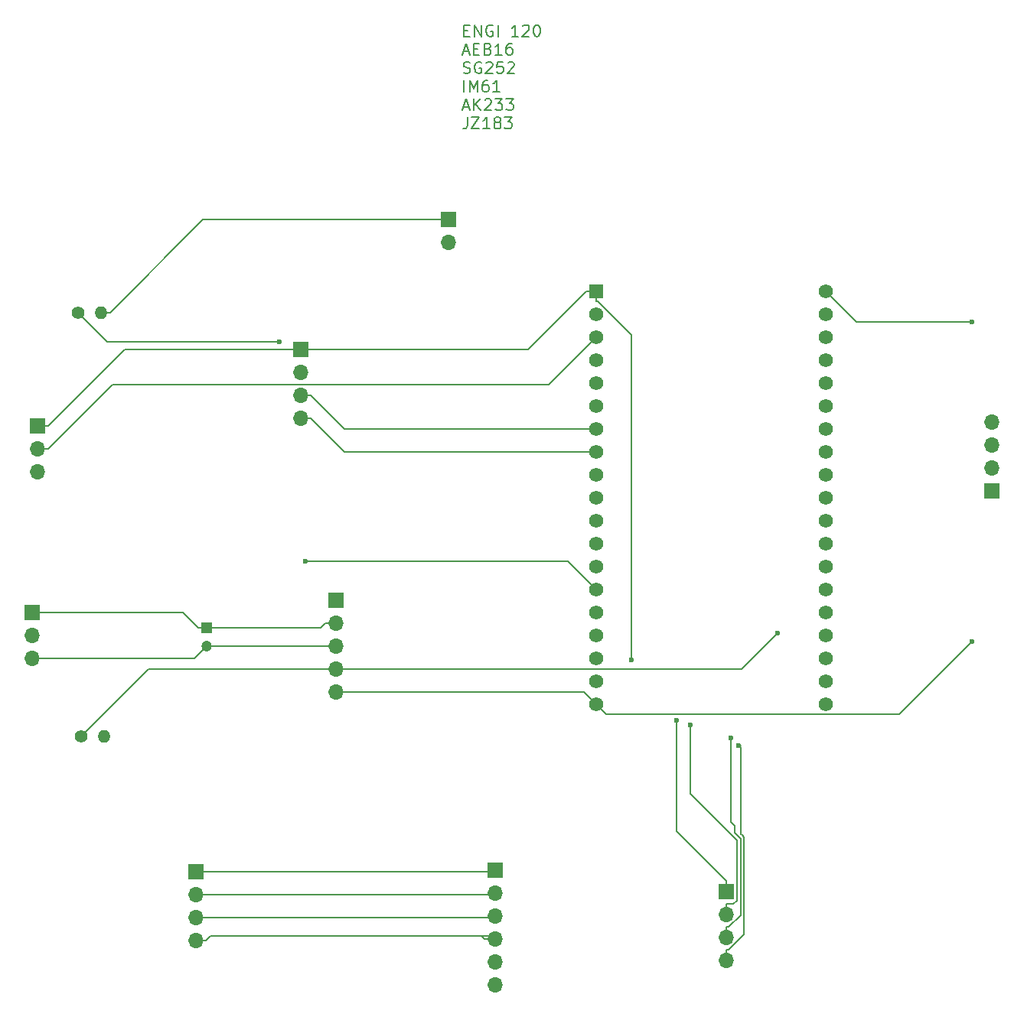
<source format=gbr>
%TF.GenerationSoftware,KiCad,Pcbnew,8.0.8*%
%TF.CreationDate,2025-04-28T03:19:26-05:00*%
%TF.ProjectId,TBA_PCB,5442415f-5043-4422-9e6b-696361645f70,rev?*%
%TF.SameCoordinates,Original*%
%TF.FileFunction,Copper,L1,Top*%
%TF.FilePolarity,Positive*%
%FSLAX46Y46*%
G04 Gerber Fmt 4.6, Leading zero omitted, Abs format (unit mm)*
G04 Created by KiCad (PCBNEW 8.0.8) date 2025-04-28 03:19:26*
%MOMM*%
%LPD*%
G01*
G04 APERTURE LIST*
%ADD10C,0.150000*%
%TA.AperFunction,NonConductor*%
%ADD11C,0.150000*%
%TD*%
%TA.AperFunction,ComponentPad*%
%ADD12R,1.700000X1.700000*%
%TD*%
%TA.AperFunction,ComponentPad*%
%ADD13O,1.700000X1.700000*%
%TD*%
%TA.AperFunction,ComponentPad*%
%ADD14R,1.200000X1.200000*%
%TD*%
%TA.AperFunction,ComponentPad*%
%ADD15C,1.200000*%
%TD*%
%TA.AperFunction,ComponentPad*%
%ADD16C,1.400000*%
%TD*%
%TA.AperFunction,ComponentPad*%
%ADD17O,1.400000X1.400000*%
%TD*%
%TA.AperFunction,ComponentPad*%
%ADD18C,1.560000*%
%TD*%
%TA.AperFunction,ComponentPad*%
%ADD19R,1.560000X1.560000*%
%TD*%
%TA.AperFunction,ViaPad*%
%ADD20C,0.600000*%
%TD*%
%TA.AperFunction,Conductor*%
%ADD21C,0.200000*%
%TD*%
G04 APERTURE END LIST*
D10*
D11*
X109601064Y-41548393D02*
X110024398Y-41548393D01*
X110205826Y-42213631D02*
X109601064Y-42213631D01*
X109601064Y-42213631D02*
X109601064Y-40943631D01*
X109601064Y-40943631D02*
X110205826Y-40943631D01*
X110750112Y-42213631D02*
X110750112Y-40943631D01*
X110750112Y-40943631D02*
X111475827Y-42213631D01*
X111475827Y-42213631D02*
X111475827Y-40943631D01*
X112745827Y-41004107D02*
X112624874Y-40943631D01*
X112624874Y-40943631D02*
X112443446Y-40943631D01*
X112443446Y-40943631D02*
X112262017Y-41004107D01*
X112262017Y-41004107D02*
X112141065Y-41125059D01*
X112141065Y-41125059D02*
X112080588Y-41246012D01*
X112080588Y-41246012D02*
X112020112Y-41487916D01*
X112020112Y-41487916D02*
X112020112Y-41669345D01*
X112020112Y-41669345D02*
X112080588Y-41911250D01*
X112080588Y-41911250D02*
X112141065Y-42032202D01*
X112141065Y-42032202D02*
X112262017Y-42153155D01*
X112262017Y-42153155D02*
X112443446Y-42213631D01*
X112443446Y-42213631D02*
X112564398Y-42213631D01*
X112564398Y-42213631D02*
X112745827Y-42153155D01*
X112745827Y-42153155D02*
X112806303Y-42092678D01*
X112806303Y-42092678D02*
X112806303Y-41669345D01*
X112806303Y-41669345D02*
X112564398Y-41669345D01*
X113350588Y-42213631D02*
X113350588Y-40943631D01*
X115588208Y-42213631D02*
X114862493Y-42213631D01*
X115225350Y-42213631D02*
X115225350Y-40943631D01*
X115225350Y-40943631D02*
X115104398Y-41125059D01*
X115104398Y-41125059D02*
X114983446Y-41246012D01*
X114983446Y-41246012D02*
X114862493Y-41306488D01*
X116072017Y-41064583D02*
X116132493Y-41004107D01*
X116132493Y-41004107D02*
X116253446Y-40943631D01*
X116253446Y-40943631D02*
X116555827Y-40943631D01*
X116555827Y-40943631D02*
X116676779Y-41004107D01*
X116676779Y-41004107D02*
X116737255Y-41064583D01*
X116737255Y-41064583D02*
X116797732Y-41185535D01*
X116797732Y-41185535D02*
X116797732Y-41306488D01*
X116797732Y-41306488D02*
X116737255Y-41487916D01*
X116737255Y-41487916D02*
X116011541Y-42213631D01*
X116011541Y-42213631D02*
X116797732Y-42213631D01*
X117583922Y-40943631D02*
X117704875Y-40943631D01*
X117704875Y-40943631D02*
X117825827Y-41004107D01*
X117825827Y-41004107D02*
X117886303Y-41064583D01*
X117886303Y-41064583D02*
X117946779Y-41185535D01*
X117946779Y-41185535D02*
X118007256Y-41427440D01*
X118007256Y-41427440D02*
X118007256Y-41729821D01*
X118007256Y-41729821D02*
X117946779Y-41971726D01*
X117946779Y-41971726D02*
X117886303Y-42092678D01*
X117886303Y-42092678D02*
X117825827Y-42153155D01*
X117825827Y-42153155D02*
X117704875Y-42213631D01*
X117704875Y-42213631D02*
X117583922Y-42213631D01*
X117583922Y-42213631D02*
X117462970Y-42153155D01*
X117462970Y-42153155D02*
X117402494Y-42092678D01*
X117402494Y-42092678D02*
X117342017Y-41971726D01*
X117342017Y-41971726D02*
X117281541Y-41729821D01*
X117281541Y-41729821D02*
X117281541Y-41427440D01*
X117281541Y-41427440D02*
X117342017Y-41185535D01*
X117342017Y-41185535D02*
X117402494Y-41064583D01*
X117402494Y-41064583D02*
X117462970Y-41004107D01*
X117462970Y-41004107D02*
X117583922Y-40943631D01*
X109540588Y-43895403D02*
X110145350Y-43895403D01*
X109419636Y-44258260D02*
X109842969Y-42988260D01*
X109842969Y-42988260D02*
X110266303Y-44258260D01*
X110689635Y-43593022D02*
X111112969Y-43593022D01*
X111294397Y-44258260D02*
X110689635Y-44258260D01*
X110689635Y-44258260D02*
X110689635Y-42988260D01*
X110689635Y-42988260D02*
X111294397Y-42988260D01*
X112262017Y-43593022D02*
X112443445Y-43653498D01*
X112443445Y-43653498D02*
X112503922Y-43713974D01*
X112503922Y-43713974D02*
X112564398Y-43834926D01*
X112564398Y-43834926D02*
X112564398Y-44016355D01*
X112564398Y-44016355D02*
X112503922Y-44137307D01*
X112503922Y-44137307D02*
X112443445Y-44197784D01*
X112443445Y-44197784D02*
X112322493Y-44258260D01*
X112322493Y-44258260D02*
X111838683Y-44258260D01*
X111838683Y-44258260D02*
X111838683Y-42988260D01*
X111838683Y-42988260D02*
X112262017Y-42988260D01*
X112262017Y-42988260D02*
X112382969Y-43048736D01*
X112382969Y-43048736D02*
X112443445Y-43109212D01*
X112443445Y-43109212D02*
X112503922Y-43230164D01*
X112503922Y-43230164D02*
X112503922Y-43351117D01*
X112503922Y-43351117D02*
X112443445Y-43472069D01*
X112443445Y-43472069D02*
X112382969Y-43532545D01*
X112382969Y-43532545D02*
X112262017Y-43593022D01*
X112262017Y-43593022D02*
X111838683Y-43593022D01*
X113773922Y-44258260D02*
X113048207Y-44258260D01*
X113411064Y-44258260D02*
X113411064Y-42988260D01*
X113411064Y-42988260D02*
X113290112Y-43169688D01*
X113290112Y-43169688D02*
X113169160Y-43290641D01*
X113169160Y-43290641D02*
X113048207Y-43351117D01*
X114862493Y-42988260D02*
X114620588Y-42988260D01*
X114620588Y-42988260D02*
X114499636Y-43048736D01*
X114499636Y-43048736D02*
X114439160Y-43109212D01*
X114439160Y-43109212D02*
X114318207Y-43290641D01*
X114318207Y-43290641D02*
X114257731Y-43532545D01*
X114257731Y-43532545D02*
X114257731Y-44016355D01*
X114257731Y-44016355D02*
X114318207Y-44137307D01*
X114318207Y-44137307D02*
X114378684Y-44197784D01*
X114378684Y-44197784D02*
X114499636Y-44258260D01*
X114499636Y-44258260D02*
X114741541Y-44258260D01*
X114741541Y-44258260D02*
X114862493Y-44197784D01*
X114862493Y-44197784D02*
X114922969Y-44137307D01*
X114922969Y-44137307D02*
X114983446Y-44016355D01*
X114983446Y-44016355D02*
X114983446Y-43713974D01*
X114983446Y-43713974D02*
X114922969Y-43593022D01*
X114922969Y-43593022D02*
X114862493Y-43532545D01*
X114862493Y-43532545D02*
X114741541Y-43472069D01*
X114741541Y-43472069D02*
X114499636Y-43472069D01*
X114499636Y-43472069D02*
X114378684Y-43532545D01*
X114378684Y-43532545D02*
X114318207Y-43593022D01*
X114318207Y-43593022D02*
X114257731Y-43713974D01*
X109540588Y-46242413D02*
X109722017Y-46302889D01*
X109722017Y-46302889D02*
X110024398Y-46302889D01*
X110024398Y-46302889D02*
X110145350Y-46242413D01*
X110145350Y-46242413D02*
X110205826Y-46181936D01*
X110205826Y-46181936D02*
X110266303Y-46060984D01*
X110266303Y-46060984D02*
X110266303Y-45940032D01*
X110266303Y-45940032D02*
X110205826Y-45819079D01*
X110205826Y-45819079D02*
X110145350Y-45758603D01*
X110145350Y-45758603D02*
X110024398Y-45698127D01*
X110024398Y-45698127D02*
X109782493Y-45637651D01*
X109782493Y-45637651D02*
X109661541Y-45577174D01*
X109661541Y-45577174D02*
X109601064Y-45516698D01*
X109601064Y-45516698D02*
X109540588Y-45395746D01*
X109540588Y-45395746D02*
X109540588Y-45274793D01*
X109540588Y-45274793D02*
X109601064Y-45153841D01*
X109601064Y-45153841D02*
X109661541Y-45093365D01*
X109661541Y-45093365D02*
X109782493Y-45032889D01*
X109782493Y-45032889D02*
X110084874Y-45032889D01*
X110084874Y-45032889D02*
X110266303Y-45093365D01*
X111475827Y-45093365D02*
X111354874Y-45032889D01*
X111354874Y-45032889D02*
X111173446Y-45032889D01*
X111173446Y-45032889D02*
X110992017Y-45093365D01*
X110992017Y-45093365D02*
X110871065Y-45214317D01*
X110871065Y-45214317D02*
X110810588Y-45335270D01*
X110810588Y-45335270D02*
X110750112Y-45577174D01*
X110750112Y-45577174D02*
X110750112Y-45758603D01*
X110750112Y-45758603D02*
X110810588Y-46000508D01*
X110810588Y-46000508D02*
X110871065Y-46121460D01*
X110871065Y-46121460D02*
X110992017Y-46242413D01*
X110992017Y-46242413D02*
X111173446Y-46302889D01*
X111173446Y-46302889D02*
X111294398Y-46302889D01*
X111294398Y-46302889D02*
X111475827Y-46242413D01*
X111475827Y-46242413D02*
X111536303Y-46181936D01*
X111536303Y-46181936D02*
X111536303Y-45758603D01*
X111536303Y-45758603D02*
X111294398Y-45758603D01*
X112020112Y-45153841D02*
X112080588Y-45093365D01*
X112080588Y-45093365D02*
X112201541Y-45032889D01*
X112201541Y-45032889D02*
X112503922Y-45032889D01*
X112503922Y-45032889D02*
X112624874Y-45093365D01*
X112624874Y-45093365D02*
X112685350Y-45153841D01*
X112685350Y-45153841D02*
X112745827Y-45274793D01*
X112745827Y-45274793D02*
X112745827Y-45395746D01*
X112745827Y-45395746D02*
X112685350Y-45577174D01*
X112685350Y-45577174D02*
X111959636Y-46302889D01*
X111959636Y-46302889D02*
X112745827Y-46302889D01*
X113894874Y-45032889D02*
X113290112Y-45032889D01*
X113290112Y-45032889D02*
X113229636Y-45637651D01*
X113229636Y-45637651D02*
X113290112Y-45577174D01*
X113290112Y-45577174D02*
X113411065Y-45516698D01*
X113411065Y-45516698D02*
X113713446Y-45516698D01*
X113713446Y-45516698D02*
X113834398Y-45577174D01*
X113834398Y-45577174D02*
X113894874Y-45637651D01*
X113894874Y-45637651D02*
X113955351Y-45758603D01*
X113955351Y-45758603D02*
X113955351Y-46060984D01*
X113955351Y-46060984D02*
X113894874Y-46181936D01*
X113894874Y-46181936D02*
X113834398Y-46242413D01*
X113834398Y-46242413D02*
X113713446Y-46302889D01*
X113713446Y-46302889D02*
X113411065Y-46302889D01*
X113411065Y-46302889D02*
X113290112Y-46242413D01*
X113290112Y-46242413D02*
X113229636Y-46181936D01*
X114439160Y-45153841D02*
X114499636Y-45093365D01*
X114499636Y-45093365D02*
X114620589Y-45032889D01*
X114620589Y-45032889D02*
X114922970Y-45032889D01*
X114922970Y-45032889D02*
X115043922Y-45093365D01*
X115043922Y-45093365D02*
X115104398Y-45153841D01*
X115104398Y-45153841D02*
X115164875Y-45274793D01*
X115164875Y-45274793D02*
X115164875Y-45395746D01*
X115164875Y-45395746D02*
X115104398Y-45577174D01*
X115104398Y-45577174D02*
X114378684Y-46302889D01*
X114378684Y-46302889D02*
X115164875Y-46302889D01*
X109601064Y-48347518D02*
X109601064Y-47077518D01*
X110205826Y-48347518D02*
X110205826Y-47077518D01*
X110205826Y-47077518D02*
X110629160Y-47984661D01*
X110629160Y-47984661D02*
X111052493Y-47077518D01*
X111052493Y-47077518D02*
X111052493Y-48347518D01*
X112201541Y-47077518D02*
X111959636Y-47077518D01*
X111959636Y-47077518D02*
X111838684Y-47137994D01*
X111838684Y-47137994D02*
X111778208Y-47198470D01*
X111778208Y-47198470D02*
X111657255Y-47379899D01*
X111657255Y-47379899D02*
X111596779Y-47621803D01*
X111596779Y-47621803D02*
X111596779Y-48105613D01*
X111596779Y-48105613D02*
X111657255Y-48226565D01*
X111657255Y-48226565D02*
X111717732Y-48287042D01*
X111717732Y-48287042D02*
X111838684Y-48347518D01*
X111838684Y-48347518D02*
X112080589Y-48347518D01*
X112080589Y-48347518D02*
X112201541Y-48287042D01*
X112201541Y-48287042D02*
X112262017Y-48226565D01*
X112262017Y-48226565D02*
X112322494Y-48105613D01*
X112322494Y-48105613D02*
X112322494Y-47803232D01*
X112322494Y-47803232D02*
X112262017Y-47682280D01*
X112262017Y-47682280D02*
X112201541Y-47621803D01*
X112201541Y-47621803D02*
X112080589Y-47561327D01*
X112080589Y-47561327D02*
X111838684Y-47561327D01*
X111838684Y-47561327D02*
X111717732Y-47621803D01*
X111717732Y-47621803D02*
X111657255Y-47682280D01*
X111657255Y-47682280D02*
X111596779Y-47803232D01*
X113532018Y-48347518D02*
X112806303Y-48347518D01*
X113169160Y-48347518D02*
X113169160Y-47077518D01*
X113169160Y-47077518D02*
X113048208Y-47258946D01*
X113048208Y-47258946D02*
X112927256Y-47379899D01*
X112927256Y-47379899D02*
X112806303Y-47440375D01*
X109540588Y-50029290D02*
X110145350Y-50029290D01*
X109419636Y-50392147D02*
X109842969Y-49122147D01*
X109842969Y-49122147D02*
X110266303Y-50392147D01*
X110689635Y-50392147D02*
X110689635Y-49122147D01*
X111415350Y-50392147D02*
X110871064Y-49666432D01*
X111415350Y-49122147D02*
X110689635Y-49847861D01*
X111899159Y-49243099D02*
X111959635Y-49182623D01*
X111959635Y-49182623D02*
X112080588Y-49122147D01*
X112080588Y-49122147D02*
X112382969Y-49122147D01*
X112382969Y-49122147D02*
X112503921Y-49182623D01*
X112503921Y-49182623D02*
X112564397Y-49243099D01*
X112564397Y-49243099D02*
X112624874Y-49364051D01*
X112624874Y-49364051D02*
X112624874Y-49485004D01*
X112624874Y-49485004D02*
X112564397Y-49666432D01*
X112564397Y-49666432D02*
X111838683Y-50392147D01*
X111838683Y-50392147D02*
X112624874Y-50392147D01*
X113048207Y-49122147D02*
X113834398Y-49122147D01*
X113834398Y-49122147D02*
X113411064Y-49605956D01*
X113411064Y-49605956D02*
X113592493Y-49605956D01*
X113592493Y-49605956D02*
X113713445Y-49666432D01*
X113713445Y-49666432D02*
X113773921Y-49726909D01*
X113773921Y-49726909D02*
X113834398Y-49847861D01*
X113834398Y-49847861D02*
X113834398Y-50150242D01*
X113834398Y-50150242D02*
X113773921Y-50271194D01*
X113773921Y-50271194D02*
X113713445Y-50331671D01*
X113713445Y-50331671D02*
X113592493Y-50392147D01*
X113592493Y-50392147D02*
X113229636Y-50392147D01*
X113229636Y-50392147D02*
X113108683Y-50331671D01*
X113108683Y-50331671D02*
X113048207Y-50271194D01*
X114257731Y-49122147D02*
X115043922Y-49122147D01*
X115043922Y-49122147D02*
X114620588Y-49605956D01*
X114620588Y-49605956D02*
X114802017Y-49605956D01*
X114802017Y-49605956D02*
X114922969Y-49666432D01*
X114922969Y-49666432D02*
X114983445Y-49726909D01*
X114983445Y-49726909D02*
X115043922Y-49847861D01*
X115043922Y-49847861D02*
X115043922Y-50150242D01*
X115043922Y-50150242D02*
X114983445Y-50271194D01*
X114983445Y-50271194D02*
X114922969Y-50331671D01*
X114922969Y-50331671D02*
X114802017Y-50392147D01*
X114802017Y-50392147D02*
X114439160Y-50392147D01*
X114439160Y-50392147D02*
X114318207Y-50331671D01*
X114318207Y-50331671D02*
X114257731Y-50271194D01*
X109963922Y-51166776D02*
X109963922Y-52073919D01*
X109963922Y-52073919D02*
X109903445Y-52255347D01*
X109903445Y-52255347D02*
X109782493Y-52376300D01*
X109782493Y-52376300D02*
X109601064Y-52436776D01*
X109601064Y-52436776D02*
X109480112Y-52436776D01*
X110447731Y-51166776D02*
X111294398Y-51166776D01*
X111294398Y-51166776D02*
X110447731Y-52436776D01*
X110447731Y-52436776D02*
X111294398Y-52436776D01*
X112443446Y-52436776D02*
X111717731Y-52436776D01*
X112080588Y-52436776D02*
X112080588Y-51166776D01*
X112080588Y-51166776D02*
X111959636Y-51348204D01*
X111959636Y-51348204D02*
X111838684Y-51469157D01*
X111838684Y-51469157D02*
X111717731Y-51529633D01*
X113169160Y-51711061D02*
X113048208Y-51650585D01*
X113048208Y-51650585D02*
X112987731Y-51590109D01*
X112987731Y-51590109D02*
X112927255Y-51469157D01*
X112927255Y-51469157D02*
X112927255Y-51408680D01*
X112927255Y-51408680D02*
X112987731Y-51287728D01*
X112987731Y-51287728D02*
X113048208Y-51227252D01*
X113048208Y-51227252D02*
X113169160Y-51166776D01*
X113169160Y-51166776D02*
X113411065Y-51166776D01*
X113411065Y-51166776D02*
X113532017Y-51227252D01*
X113532017Y-51227252D02*
X113592493Y-51287728D01*
X113592493Y-51287728D02*
X113652970Y-51408680D01*
X113652970Y-51408680D02*
X113652970Y-51469157D01*
X113652970Y-51469157D02*
X113592493Y-51590109D01*
X113592493Y-51590109D02*
X113532017Y-51650585D01*
X113532017Y-51650585D02*
X113411065Y-51711061D01*
X113411065Y-51711061D02*
X113169160Y-51711061D01*
X113169160Y-51711061D02*
X113048208Y-51771538D01*
X113048208Y-51771538D02*
X112987731Y-51832014D01*
X112987731Y-51832014D02*
X112927255Y-51952966D01*
X112927255Y-51952966D02*
X112927255Y-52194871D01*
X112927255Y-52194871D02*
X112987731Y-52315823D01*
X112987731Y-52315823D02*
X113048208Y-52376300D01*
X113048208Y-52376300D02*
X113169160Y-52436776D01*
X113169160Y-52436776D02*
X113411065Y-52436776D01*
X113411065Y-52436776D02*
X113532017Y-52376300D01*
X113532017Y-52376300D02*
X113592493Y-52315823D01*
X113592493Y-52315823D02*
X113652970Y-52194871D01*
X113652970Y-52194871D02*
X113652970Y-51952966D01*
X113652970Y-51952966D02*
X113592493Y-51832014D01*
X113592493Y-51832014D02*
X113532017Y-51771538D01*
X113532017Y-51771538D02*
X113411065Y-51711061D01*
X114076303Y-51166776D02*
X114862494Y-51166776D01*
X114862494Y-51166776D02*
X114439160Y-51650585D01*
X114439160Y-51650585D02*
X114620589Y-51650585D01*
X114620589Y-51650585D02*
X114741541Y-51711061D01*
X114741541Y-51711061D02*
X114802017Y-51771538D01*
X114802017Y-51771538D02*
X114862494Y-51892490D01*
X114862494Y-51892490D02*
X114862494Y-52194871D01*
X114862494Y-52194871D02*
X114802017Y-52315823D01*
X114802017Y-52315823D02*
X114741541Y-52376300D01*
X114741541Y-52376300D02*
X114620589Y-52436776D01*
X114620589Y-52436776D02*
X114257732Y-52436776D01*
X114257732Y-52436776D02*
X114136779Y-52376300D01*
X114136779Y-52376300D02*
X114076303Y-52315823D01*
D12*
%TO.P,J8,1,Pin_1*%
%TO.N,E+*%
X113000000Y-134560000D03*
D13*
%TO.P,J8,2,Pin_2*%
%TO.N,E-*%
X113000000Y-137100000D03*
%TO.P,J8,3,Pin_3*%
%TO.N,A-*%
X113000000Y-139640000D03*
%TO.P,J8,4,Pin_4*%
%TO.N,A+*%
X113000000Y-142180000D03*
%TO.P,J8,5,Pin_5*%
%TO.N,unconnected-(J8-Pin_5-Pad5)*%
X113000000Y-144720000D03*
%TO.P,J8,6,Pin_6*%
%TO.N,unconnected-(J8-Pin_6-Pad6)*%
X113000000Y-147260000D03*
%TD*%
D12*
%TO.P,J2,1,Pin_1*%
%TO.N,OUT+*%
X168000000Y-92500000D03*
D13*
%TO.P,J2,2,Pin_2*%
%TO.N,OUT-*%
X168000000Y-89960000D03*
%TO.P,J2,3,Pin_3*%
%TO.N,SDA*%
X168000000Y-87420000D03*
%TO.P,J2,4,Pin_4*%
%TO.N,SCL*%
X168000000Y-84880000D03*
%TD*%
D12*
%TO.P,J5,1,Pin_1*%
%TO.N,Net-(J5-Pin_1)*%
X107900000Y-62500000D03*
D13*
%TO.P,J5,2,Pin_2*%
%TO.N,LED*%
X107900000Y-65040000D03*
%TD*%
D14*
%TO.P,C1,1*%
%TO.N,Bat+*%
X81100000Y-107727400D03*
D15*
%TO.P,C1,2*%
%TO.N,Bat-*%
X81100000Y-109727400D03*
%TD*%
D16*
%TO.P,R2,1*%
%TO.N,GND*%
X66880000Y-72800000D03*
D17*
%TO.P,R2,2*%
%TO.N,Net-(J5-Pin_1)*%
X69420000Y-72800000D03*
%TD*%
D12*
%TO.P,J4,1,Pin_1*%
%TO.N,E+*%
X79900000Y-134700000D03*
D13*
%TO.P,J4,2,Pin_2*%
%TO.N,E-*%
X79900000Y-137240000D03*
%TO.P,J4,3,Pin_3*%
%TO.N,A-*%
X79900000Y-139780000D03*
%TO.P,J4,4,Pin_4*%
%TO.N,A+*%
X79900000Y-142320000D03*
%TD*%
D16*
%TO.P,R1,1*%
%TO.N,OUT-*%
X67200000Y-119740000D03*
D17*
%TO.P,R1,2*%
%TO.N,Net-(J7-Pin_3)*%
X69740000Y-119740000D03*
%TD*%
D12*
%TO.P,J1,1,Pin_1*%
%TO.N,3P3V*%
X91500000Y-76860000D03*
D13*
%TO.P,J1,2,Pin_2*%
%TO.N,GND*%
X91500000Y-79400000D03*
%TO.P,J1,3,Pin_3*%
%TO.N,ENA*%
X91500000Y-81940000D03*
%TO.P,J1,4,Pin_4*%
%TO.N,ENB*%
X91500000Y-84480000D03*
%TD*%
D12*
%TO.P,J3,1,Pin_1*%
%TO.N,EN*%
X95400000Y-104660000D03*
D13*
%TO.P,J3,2,Pin_2*%
%TO.N,Bat+*%
X95400000Y-107200000D03*
%TO.P,J3,3,Pin_3*%
%TO.N,Bat-*%
X95400000Y-109740000D03*
%TO.P,J3,4,Pin_4*%
%TO.N,OUT-*%
X95400000Y-112280000D03*
%TO.P,J3,5,Pin_5*%
%TO.N,OUT+*%
X95400000Y-114820000D03*
%TD*%
D12*
%TO.P,J6,1,Pin_1*%
%TO.N,Bat+*%
X61800000Y-106020000D03*
D13*
%TO.P,J6,2,Pin_2*%
%TO.N,unconnected-(J6-Pin_2-Pad2)*%
X61800000Y-108560000D03*
%TO.P,J6,3,Pin_3*%
%TO.N,Bat-*%
X61800000Y-111100000D03*
%TD*%
D12*
%TO.P,J7,1,Pin_1*%
%TO.N,3P3V*%
X62400000Y-85360000D03*
D13*
%TO.P,J7,2,Pin_2*%
%TO.N,BTN*%
X62400000Y-87900000D03*
%TO.P,J7,3,Pin_3*%
%TO.N,Net-(J7-Pin_3)*%
X62400000Y-90440000D03*
%TD*%
D12*
%TO.P,J9,1,Pin_1*%
%TO.N,3P3V*%
X138600000Y-136900000D03*
D13*
%TO.P,J9,2,Pin_2*%
%TO.N,SCK*%
X138600000Y-139440000D03*
%TO.P,J9,3,Pin_3*%
%TO.N,DT*%
X138600000Y-141980000D03*
%TO.P,J9,4,Pin_4*%
%TO.N,GND*%
X138600000Y-144520000D03*
%TD*%
D18*
%TO.P,U1,J3-19,CLK*%
%TO.N,unconnected-(U1-CLK-PadJ3-19)*%
X149600000Y-116160000D03*
%TO.P,U1,J3-18,SD0*%
%TO.N,unconnected-(U1-SD0-PadJ3-18)*%
X149600000Y-113620000D03*
%TO.P,U1,J3-17,SD1*%
%TO.N,unconnected-(U1-SD1-PadJ3-17)*%
X149600000Y-111080000D03*
%TO.P,U1,J3-16,IO15*%
%TO.N,unconnected-(U1-IO15-PadJ3-16)*%
X149600000Y-108540000D03*
%TO.P,U1,J3-15,IO2*%
%TO.N,unconnected-(U1-IO2-PadJ3-15)*%
X149600000Y-106000000D03*
%TO.P,U1,J3-14,IO0*%
%TO.N,SCK*%
X149600000Y-103460000D03*
%TO.P,U1,J3-13,IO4*%
%TO.N,DT*%
X149600000Y-100920000D03*
%TO.P,U1,J3-12,IO16*%
%TO.N,unconnected-(U1-IO16-PadJ3-12)*%
X149600000Y-98380000D03*
%TO.P,U1,J3-11,IO17*%
%TO.N,unconnected-(U1-IO17-PadJ3-11)*%
X149600000Y-95840000D03*
%TO.P,U1,J3-10,IO5*%
%TO.N,unconnected-(U1-IO5-PadJ3-10)*%
X149600000Y-93300000D03*
%TO.P,U1,J3-9,IO18*%
%TO.N,unconnected-(U1-IO18-PadJ3-9)*%
X149600000Y-90760000D03*
%TO.P,U1,J3-8,IO19*%
%TO.N,unconnected-(U1-IO19-PadJ3-8)*%
X149600000Y-88220000D03*
%TO.P,U1,J3-7,GND2*%
%TO.N,unconnected-(U1-GND2-PadJ3-7)*%
X149600000Y-85680000D03*
%TO.P,U1,J3-6,IO21*%
%TO.N,unconnected-(U1-IO21-PadJ3-6)*%
X149600000Y-83140000D03*
%TO.P,U1,J3-5,RXD0*%
%TO.N,unconnected-(U1-RXD0-PadJ3-5)*%
X149600000Y-80600000D03*
%TO.P,U1,J3-4,TXD0*%
%TO.N,unconnected-(U1-TXD0-PadJ3-4)*%
X149600000Y-78060000D03*
%TO.P,U1,J3-3,IO22*%
%TO.N,unconnected-(U1-IO22-PadJ3-3)*%
X149600000Y-75520000D03*
%TO.P,U1,J3-2,IO23*%
%TO.N,unconnected-(U1-IO23-PadJ3-2)*%
X149600000Y-72980000D03*
%TO.P,U1,J3-1,GND3*%
%TO.N,OUT-*%
X149600000Y-70440000D03*
%TO.P,U1,J2-19,EXT_5V*%
%TO.N,OUT+*%
X124200000Y-116160000D03*
%TO.P,U1,J2-18,CMD*%
%TO.N,unconnected-(U1-CMD-PadJ2-18)*%
X124200000Y-113620000D03*
%TO.P,U1,J2-17,SD3*%
%TO.N,unconnected-(U1-SD3-PadJ2-17)*%
X124200000Y-111080000D03*
%TO.P,U1,J2-16,SD2*%
%TO.N,unconnected-(U1-SD2-PadJ2-16)*%
X124200000Y-108540000D03*
%TO.P,U1,J2-15,IO13*%
%TO.N,unconnected-(U1-IO13-PadJ2-15)*%
X124200000Y-106000000D03*
%TO.P,U1,J2-14,GND1*%
%TO.N,GND*%
X124200000Y-103460000D03*
%TO.P,U1,J2-13,IO12*%
%TO.N,unconnected-(U1-IO12-PadJ2-13)*%
X124200000Y-100920000D03*
%TO.P,U1,J2-12,IO14*%
%TO.N,LED*%
X124200000Y-98380000D03*
%TO.P,U1,J2-11,IO27*%
%TO.N,unconnected-(U1-IO27-PadJ2-11)*%
X124200000Y-95840000D03*
%TO.P,U1,J2-10,IO26*%
%TO.N,unconnected-(U1-IO26-PadJ2-10)*%
X124200000Y-93300000D03*
%TO.P,U1,J2-9,IO25*%
%TO.N,unconnected-(U1-IO25-PadJ2-9)*%
X124200000Y-90760000D03*
%TO.P,U1,J2-8,IO33*%
%TO.N,ENB*%
X124200000Y-88220000D03*
%TO.P,U1,J2-7,IO32*%
%TO.N,ENA*%
X124200000Y-85680000D03*
%TO.P,U1,J2-6,IO35*%
%TO.N,unconnected-(U1-IO35-PadJ2-6)*%
X124200000Y-83140000D03*
%TO.P,U1,J2-5,IO34*%
%TO.N,unconnected-(U1-IO34-PadJ2-5)*%
X124200000Y-80600000D03*
%TO.P,U1,J2-4,SENSOR_VN*%
%TO.N,unconnected-(U1-SENSOR_VN-PadJ2-4)*%
X124200000Y-78060000D03*
%TO.P,U1,J2-3,SENSOR_VP*%
%TO.N,BTN*%
X124200000Y-75520000D03*
%TO.P,U1,J2-2,EN*%
%TO.N,unconnected-(U1-EN-PadJ2-2)*%
X124200000Y-72980000D03*
D19*
%TO.P,U1,J2-1,3V3*%
%TO.N,3P3V*%
X124200000Y-70440000D03*
%TD*%
D20*
%TO.N,OUT-*%
X144234000Y-108299000D03*
X165767000Y-73818100D03*
%TO.N,OUT+*%
X165767000Y-109195000D03*
%TO.N,GND*%
X92064200Y-100351000D03*
X89116100Y-76026100D03*
%TO.N,3P3V*%
X128092200Y-111266800D03*
%TO.N,DT*%
X139101000Y-119884000D03*
%TO.N,SCK*%
X134607900Y-118484500D03*
%TO.N,3P3V*%
X133106400Y-117907600D03*
%TO.N,GND*%
X139924600Y-120707600D03*
%TD*%
D21*
%TO.N,SCK*%
X139774500Y-137905600D02*
X139774500Y-131236700D01*
X139391800Y-138288300D02*
X139774500Y-137905600D01*
X138600000Y-138288300D02*
X139391800Y-138288300D01*
X134607900Y-118484500D02*
X134607900Y-118193300D01*
X134607900Y-118193300D02*
X134607900Y-118484500D01*
X138600000Y-139440000D02*
X138600000Y-138288300D01*
%TO.N,DT*%
X138600000Y-141980000D02*
X138600000Y-140828300D01*
X140176200Y-139492600D02*
X140176200Y-131070400D01*
X138840500Y-140828300D02*
X140176200Y-139492600D01*
X138600000Y-140828300D02*
X138840500Y-140828300D01*
%TO.N,BTN*%
X118952000Y-80767800D02*
X118952000Y-80767700D01*
X62400000Y-87900000D02*
X63551700Y-87900000D01*
X118952000Y-80767700D02*
X124200000Y-75520000D01*
X70683900Y-80767800D02*
X118952000Y-80767800D01*
X63551700Y-87900000D02*
X70683900Y-80767800D01*
%TO.N,Net-(J5-Pin_1)*%
X80721700Y-62500000D02*
X107900000Y-62500000D01*
X70421700Y-72800000D02*
X80721700Y-62500000D01*
X69420000Y-72800000D02*
X70421700Y-72800000D01*
%TO.N,E-*%
X113000000Y-137100000D02*
X112860000Y-136960000D01*
X112580000Y-137240000D02*
X112860000Y-136960000D01*
X79900000Y-137240000D02*
X112580000Y-137240000D01*
X112860000Y-136960000D02*
X113100000Y-136720000D01*
%TO.N,A-*%
X112880000Y-139520000D02*
X113000000Y-139640000D01*
X112840000Y-139520000D02*
X112880000Y-139520000D01*
X112580000Y-139780000D02*
X112840000Y-139520000D01*
X79900000Y-139780000D02*
X112580000Y-139780000D01*
X112840000Y-139520000D02*
X113100000Y-139260000D01*
%TO.N,A+*%
X79900000Y-142320000D02*
X81051700Y-142320000D01*
X81571700Y-141800000D02*
X81051700Y-142320000D01*
X97335900Y-141800000D02*
X81571700Y-141800000D01*
X113000000Y-142180000D02*
X111848000Y-142180000D01*
X113100000Y-141800000D02*
X97335900Y-141800000D01*
X111468000Y-141800000D02*
X111848000Y-142180000D01*
%TO.N,E+*%
X79900000Y-134700000D02*
X112580000Y-134700000D01*
X112880000Y-134440000D02*
X113000000Y-134560000D01*
X112840000Y-134440000D02*
X112880000Y-134440000D01*
X112580000Y-134700000D02*
X113100000Y-134180000D01*
%TO.N,Bat-*%
X81100400Y-109727000D02*
X81100000Y-109727000D01*
X87667900Y-109727000D02*
X81100400Y-109727000D01*
X81100000Y-109727000D02*
X87667900Y-109727000D01*
X79727400Y-111100000D02*
X81100000Y-109727000D01*
X61800000Y-111100000D02*
X79727400Y-111100000D01*
X94248300Y-109740000D02*
X95400000Y-109740000D01*
X94235700Y-109727000D02*
X94248300Y-109740000D01*
X87667900Y-109727000D02*
X94235700Y-109727000D01*
X81100000Y-109727400D02*
X81100000Y-109727000D01*
%TO.N,Bat+*%
X95400000Y-107200000D02*
X94248300Y-107200000D01*
X81100000Y-107727000D02*
X93720900Y-107727000D01*
X81099600Y-107727000D02*
X81100000Y-107727000D01*
X78490900Y-106020000D02*
X80198300Y-107727000D01*
X61800000Y-106020000D02*
X78490900Y-106020000D01*
X80649200Y-107727000D02*
X80198300Y-107727000D01*
X93720900Y-107727000D02*
X94248300Y-107200000D01*
X80649200Y-107727000D02*
X81099600Y-107727000D01*
X81100000Y-107727000D02*
X80649200Y-107727000D01*
X81099600Y-107727000D02*
X81100000Y-107727000D01*
X81100000Y-107727400D02*
X81100000Y-107727000D01*
%TO.N,OUT-*%
X74660000Y-112280000D02*
X95400000Y-112280000D01*
X152978000Y-73818100D02*
X149600000Y-70440000D01*
X140253000Y-112280000D02*
X95400000Y-112280000D01*
X144234000Y-108299000D02*
X140253000Y-112280000D01*
X67200000Y-119740000D02*
X74660000Y-112280000D01*
X165767000Y-73818100D02*
X152978000Y-73818100D01*
%TO.N,OUT+*%
X122860000Y-114820000D02*
X124200000Y-116160000D01*
X165767000Y-109195000D02*
X157712000Y-117250000D01*
X125290000Y-117250000D02*
X124200000Y-116160000D01*
X95400000Y-114820000D02*
X122860000Y-114820000D01*
X157712000Y-117250000D02*
X125290000Y-117250000D01*
%TO.N,GND*%
X89116100Y-76026100D02*
X70106100Y-76026100D01*
X121091000Y-100351000D02*
X124200000Y-103460000D01*
X70106100Y-76026100D02*
X66880000Y-72800000D01*
X92064200Y-100351000D02*
X121091000Y-100351000D01*
X138600000Y-144520000D02*
X138600000Y-143368300D01*
X140577900Y-141658900D02*
X140577900Y-130904100D01*
X138868500Y-143368300D02*
X140577900Y-141658900D01*
X138600000Y-143368300D02*
X138868500Y-143368300D01*
%TO.N,ENB*%
X92651700Y-84480000D02*
X96391700Y-88220000D01*
X91500000Y-84480000D02*
X92651700Y-84480000D01*
X96391700Y-88220000D02*
X124200000Y-88220000D01*
%TO.N,3P3V*%
X116698000Y-76860000D02*
X91500000Y-76860000D01*
X123118000Y-70440000D02*
X116698000Y-76860000D01*
X124200000Y-70440000D02*
X123118000Y-70440000D01*
X62400000Y-85360000D02*
X63551700Y-85360000D01*
X72051700Y-76860000D02*
X91500000Y-76860000D01*
X63551700Y-85360000D02*
X72051700Y-76860000D01*
X124335200Y-71521700D02*
X124200000Y-71521700D01*
X128092200Y-75278700D02*
X124335200Y-71521700D01*
X128092200Y-111266800D02*
X128092200Y-75278700D01*
X124200000Y-70440000D02*
X124200000Y-71521700D01*
X133106400Y-117907600D02*
X133106400Y-117875600D01*
X133106400Y-117875600D02*
X133106400Y-117907600D01*
X133106400Y-130254700D02*
X138600000Y-135748300D01*
X138600000Y-136900000D02*
X138600000Y-135748300D01*
%TO.N,ENA*%
X124200000Y-85680000D02*
X96391700Y-85680000D01*
X91500000Y-81940000D02*
X92651700Y-81940000D01*
X96391700Y-85680000D02*
X92651700Y-81940000D01*
%TO.N,GND*%
X140208600Y-130534800D02*
X140208600Y-120991600D01*
%TO.N,DT*%
X139101000Y-129224500D02*
X139101000Y-119884000D01*
X139502700Y-130396900D02*
X139502700Y-129626200D01*
X139502700Y-129626200D02*
X139267300Y-129390800D01*
%TO.N,GND*%
X140577900Y-130904100D02*
X140342500Y-130668700D01*
%TO.N,SCK*%
X139774500Y-131236700D02*
X134607900Y-126070100D01*
%TO.N,GND*%
X140342500Y-130668700D02*
X140208600Y-130534800D01*
%TO.N,DT*%
X139267300Y-129390800D02*
X139101000Y-129224500D01*
%TO.N,GND*%
X140342500Y-130668700D02*
X140208600Y-130534800D01*
%TO.N,DT*%
X139267300Y-129390800D02*
X139101000Y-129224500D01*
X140176200Y-131070400D02*
X139502700Y-130396900D01*
%TO.N,GND*%
X140208600Y-120991600D02*
X139924600Y-120707600D01*
%TO.N,SCK*%
X134607900Y-126070100D02*
X134607900Y-118484500D01*
%TO.N,3P3V*%
X133106400Y-117907600D02*
X133106400Y-130254700D01*
%TO.N,GND*%
X140208600Y-120707600D02*
X139924600Y-120707600D01*
X139924600Y-120707600D02*
X140208600Y-120707600D01*
%TD*%
M02*

</source>
